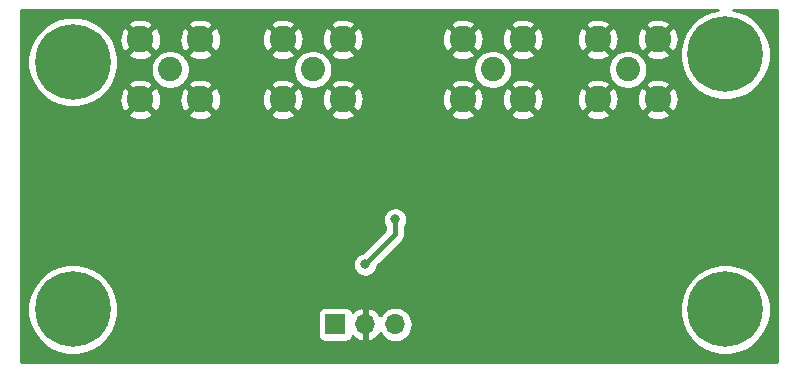
<source format=gbr>
G04 #@! TF.GenerationSoftware,KiCad,Pcbnew,(5.1.2)-2*
G04 #@! TF.CreationDate,2019-07-06T17:28:44+08:00*
G04 #@! TF.ProjectId,ADA4522,41444134-3532-4322-9e6b-696361645f70,rev?*
G04 #@! TF.SameCoordinates,Original*
G04 #@! TF.FileFunction,Copper,L2,Bot*
G04 #@! TF.FilePolarity,Positive*
%FSLAX46Y46*%
G04 Gerber Fmt 4.6, Leading zero omitted, Abs format (unit mm)*
G04 Created by KiCad (PCBNEW (5.1.2)-2) date 2019-07-06 17:28:44*
%MOMM*%
%LPD*%
G04 APERTURE LIST*
%ADD10C,6.400000*%
%ADD11C,2.250000*%
%ADD12C,2.050000*%
%ADD13R,1.700000X1.700000*%
%ADD14O,1.700000X1.700000*%
%ADD15C,0.400000*%
%ADD16C,0.800000*%
%ADD17C,0.400000*%
%ADD18C,0.254000*%
G04 APERTURE END LIST*
D10*
X175260000Y-92710000D03*
X120015000Y-92710000D03*
X175260000Y-71120000D03*
X120015000Y-71755000D03*
D11*
X164465000Y-74930000D03*
X164465000Y-69850000D03*
X169545000Y-69850000D03*
X169545000Y-74930000D03*
D12*
X167005000Y-72390000D03*
D11*
X125730000Y-74930000D03*
X125730000Y-69850000D03*
X130810000Y-69850000D03*
X130810000Y-74930000D03*
D12*
X128270000Y-72390000D03*
X140335000Y-72390000D03*
D11*
X142875000Y-74930000D03*
X142875000Y-69850000D03*
X137795000Y-69850000D03*
X137795000Y-74930000D03*
D13*
X142240000Y-93980000D03*
D14*
X144780000Y-93980000D03*
X147320000Y-93980000D03*
D12*
X155575000Y-72390000D03*
D11*
X158115000Y-74930000D03*
X158115000Y-69850000D03*
X153035000Y-69850000D03*
X153035000Y-74930000D03*
D15*
X124460000Y-76835000D03*
X124460000Y-78105000D03*
X124460000Y-79375000D03*
X124460000Y-80645000D03*
X125730000Y-81915000D03*
X126365000Y-82550000D03*
X127000000Y-83185000D03*
X120650000Y-76835000D03*
X120650000Y-78105000D03*
X120650000Y-79375000D03*
X120650000Y-80645000D03*
X120650000Y-81915000D03*
X120650000Y-83185000D03*
X128905000Y-85725000D03*
X130810000Y-85725000D03*
X132080000Y-85725000D03*
X133350000Y-85725000D03*
X135255000Y-85725000D03*
X136525000Y-85725000D03*
X137795000Y-85725000D03*
X139700000Y-85725000D03*
X140970000Y-85725000D03*
X142240000Y-85725000D03*
X141605000Y-80645000D03*
X142875000Y-80645000D03*
X144145000Y-80645000D03*
X148590000Y-80645000D03*
X150495000Y-80645000D03*
X151765000Y-80645000D03*
X152400000Y-81915000D03*
X153035000Y-81915000D03*
X154305000Y-81915000D03*
X154940000Y-80010000D03*
X154940000Y-80645000D03*
X154305000Y-78105000D03*
X154305000Y-77470000D03*
X154305000Y-76835000D03*
X140970000Y-80010000D03*
X140335000Y-78740000D03*
X140335000Y-77470000D03*
X140335000Y-76200000D03*
X136525000Y-72390000D03*
X135890000Y-73025000D03*
X134620000Y-74295000D03*
X134620000Y-74930000D03*
X134620000Y-75565000D03*
X134620000Y-76835000D03*
X134620000Y-78105000D03*
X134620000Y-78740000D03*
X134620000Y-80010000D03*
X128905000Y-80645000D03*
X130175000Y-80645000D03*
X130810000Y-80645000D03*
X132715000Y-80645000D03*
X133985000Y-80645000D03*
X135255000Y-81915000D03*
X135890000Y-81915000D03*
X136525000Y-81915000D03*
X137160000Y-81915000D03*
X137795000Y-81280000D03*
X143675001Y-88099999D03*
X142875000Y-88900000D03*
X141605000Y-89535000D03*
X141605000Y-90170000D03*
X140970000Y-91440000D03*
X140335000Y-92710000D03*
X139700000Y-92710000D03*
X139065000Y-92710000D03*
X137795000Y-92710000D03*
X137795000Y-92710000D03*
X136525000Y-92710000D03*
X135255000Y-92710000D03*
X165735000Y-77470000D03*
X165735000Y-79375000D03*
X165735000Y-80010000D03*
X165735000Y-81280000D03*
X165735000Y-82550000D03*
X165735000Y-83820000D03*
X165100000Y-84455000D03*
X164465000Y-85725000D03*
X163195000Y-85725000D03*
X161772500Y-85877500D03*
X162130000Y-84250000D03*
X161290000Y-83185000D03*
X160655000Y-82550000D03*
X160655000Y-81915000D03*
X160655000Y-80645000D03*
X160020000Y-79375000D03*
X159385000Y-78740000D03*
X158115000Y-77470000D03*
X158750000Y-78105000D03*
X168275000Y-76835000D03*
X168275000Y-78105000D03*
X168275000Y-80010000D03*
X168275000Y-81915000D03*
X168275000Y-83820000D03*
X168275000Y-85090000D03*
X167640000Y-86995000D03*
X166370000Y-88265000D03*
X166370000Y-88900000D03*
X166370000Y-90170000D03*
X165735000Y-91440000D03*
X164465000Y-91440000D03*
X162560000Y-91440000D03*
X160655000Y-90170000D03*
X160020000Y-90170000D03*
X151765000Y-90170000D03*
X153035000Y-89535000D03*
X154940000Y-89535000D03*
X154940000Y-89535000D03*
X156210000Y-89535000D03*
X157480000Y-90805000D03*
X157480000Y-92075000D03*
X157480000Y-93345000D03*
X157480000Y-93980000D03*
X149860000Y-94615000D03*
X152400000Y-93345000D03*
X153035000Y-93345000D03*
X151130000Y-93345000D03*
X132715000Y-94615000D03*
X133350000Y-95250000D03*
X134620000Y-95250000D03*
X136525000Y-95250000D03*
X136525000Y-95250000D03*
X138430000Y-95250000D03*
X139700000Y-95250000D03*
X152400000Y-86360000D03*
X153035000Y-86360000D03*
X153670000Y-86360000D03*
X154305000Y-86360000D03*
X134620000Y-90170000D03*
X134620000Y-91440000D03*
X134620000Y-92075000D03*
D16*
X144780000Y-88900000D03*
X147320000Y-85090000D03*
D17*
X144780000Y-88900000D02*
X147320000Y-86360000D01*
X147320000Y-86360000D02*
X147320000Y-85090000D01*
D18*
G36*
X174141372Y-67432377D02*
G01*
X173443446Y-67721467D01*
X172815330Y-68141161D01*
X172281161Y-68675330D01*
X171861467Y-69303446D01*
X171572377Y-70001372D01*
X171425000Y-70742285D01*
X171425000Y-71497715D01*
X171572377Y-72238628D01*
X171861467Y-72936554D01*
X172281161Y-73564670D01*
X172815330Y-74098839D01*
X173443446Y-74518533D01*
X174141372Y-74807623D01*
X174882285Y-74955000D01*
X175637715Y-74955000D01*
X176378628Y-74807623D01*
X177076554Y-74518533D01*
X177704670Y-74098839D01*
X178238839Y-73564670D01*
X178658533Y-72936554D01*
X178947623Y-72238628D01*
X179095000Y-71497715D01*
X179095000Y-70742285D01*
X178947623Y-70001372D01*
X178658533Y-69303446D01*
X178238839Y-68675330D01*
X177704670Y-68141161D01*
X177076554Y-67721467D01*
X176378628Y-67432377D01*
X175889082Y-67335000D01*
X179680000Y-67335000D01*
X179680000Y-67342419D01*
X179680001Y-67342429D01*
X179680000Y-97122581D01*
X179680000Y-97130000D01*
X115595000Y-97130000D01*
X115595000Y-92332285D01*
X116180000Y-92332285D01*
X116180000Y-93087715D01*
X116327377Y-93828628D01*
X116616467Y-94526554D01*
X117036161Y-95154670D01*
X117570330Y-95688839D01*
X118198446Y-96108533D01*
X118896372Y-96397623D01*
X119637285Y-96545000D01*
X120392715Y-96545000D01*
X121133628Y-96397623D01*
X121831554Y-96108533D01*
X122459670Y-95688839D01*
X122993839Y-95154670D01*
X123413533Y-94526554D01*
X123702623Y-93828628D01*
X123841588Y-93130000D01*
X140751928Y-93130000D01*
X140751928Y-94830000D01*
X140764188Y-94954482D01*
X140800498Y-95074180D01*
X140859463Y-95184494D01*
X140938815Y-95281185D01*
X141035506Y-95360537D01*
X141145820Y-95419502D01*
X141265518Y-95455812D01*
X141390000Y-95468072D01*
X143090000Y-95468072D01*
X143214482Y-95455812D01*
X143334180Y-95419502D01*
X143444494Y-95360537D01*
X143541185Y-95281185D01*
X143620537Y-95184494D01*
X143679502Y-95074180D01*
X143703966Y-94993534D01*
X143779731Y-95077588D01*
X144013080Y-95251641D01*
X144275901Y-95376825D01*
X144423110Y-95421476D01*
X144653000Y-95300155D01*
X144653000Y-94107000D01*
X144633000Y-94107000D01*
X144633000Y-93853000D01*
X144653000Y-93853000D01*
X144653000Y-92659845D01*
X144907000Y-92659845D01*
X144907000Y-93853000D01*
X144927000Y-93853000D01*
X144927000Y-94107000D01*
X144907000Y-94107000D01*
X144907000Y-95300155D01*
X145136890Y-95421476D01*
X145284099Y-95376825D01*
X145546920Y-95251641D01*
X145780269Y-95077588D01*
X145975178Y-94861355D01*
X146044799Y-94744477D01*
X146079294Y-94809014D01*
X146264866Y-95035134D01*
X146490986Y-95220706D01*
X146748966Y-95358599D01*
X147028889Y-95443513D01*
X147247050Y-95465000D01*
X147392950Y-95465000D01*
X147611111Y-95443513D01*
X147891034Y-95358599D01*
X148149014Y-95220706D01*
X148375134Y-95035134D01*
X148560706Y-94809014D01*
X148698599Y-94551034D01*
X148783513Y-94271111D01*
X148812185Y-93980000D01*
X148783513Y-93688889D01*
X148698599Y-93408966D01*
X148560706Y-93150986D01*
X148375134Y-92924866D01*
X148149014Y-92739294D01*
X147891034Y-92601401D01*
X147611111Y-92516487D01*
X147392950Y-92495000D01*
X147247050Y-92495000D01*
X147028889Y-92516487D01*
X146748966Y-92601401D01*
X146490986Y-92739294D01*
X146264866Y-92924866D01*
X146079294Y-93150986D01*
X146044799Y-93215523D01*
X145975178Y-93098645D01*
X145780269Y-92882412D01*
X145546920Y-92708359D01*
X145284099Y-92583175D01*
X145136890Y-92538524D01*
X144907000Y-92659845D01*
X144653000Y-92659845D01*
X144423110Y-92538524D01*
X144275901Y-92583175D01*
X144013080Y-92708359D01*
X143779731Y-92882412D01*
X143703966Y-92966466D01*
X143679502Y-92885820D01*
X143620537Y-92775506D01*
X143541185Y-92678815D01*
X143444494Y-92599463D01*
X143334180Y-92540498D01*
X143214482Y-92504188D01*
X143090000Y-92491928D01*
X141390000Y-92491928D01*
X141265518Y-92504188D01*
X141145820Y-92540498D01*
X141035506Y-92599463D01*
X140938815Y-92678815D01*
X140859463Y-92775506D01*
X140800498Y-92885820D01*
X140764188Y-93005518D01*
X140751928Y-93130000D01*
X123841588Y-93130000D01*
X123850000Y-93087715D01*
X123850000Y-92332285D01*
X171425000Y-92332285D01*
X171425000Y-93087715D01*
X171572377Y-93828628D01*
X171861467Y-94526554D01*
X172281161Y-95154670D01*
X172815330Y-95688839D01*
X173443446Y-96108533D01*
X174141372Y-96397623D01*
X174882285Y-96545000D01*
X175637715Y-96545000D01*
X176378628Y-96397623D01*
X177076554Y-96108533D01*
X177704670Y-95688839D01*
X178238839Y-95154670D01*
X178658533Y-94526554D01*
X178947623Y-93828628D01*
X179095000Y-93087715D01*
X179095000Y-92332285D01*
X178947623Y-91591372D01*
X178658533Y-90893446D01*
X178238839Y-90265330D01*
X177704670Y-89731161D01*
X177076554Y-89311467D01*
X176378628Y-89022377D01*
X175637715Y-88875000D01*
X174882285Y-88875000D01*
X174141372Y-89022377D01*
X173443446Y-89311467D01*
X172815330Y-89731161D01*
X172281161Y-90265330D01*
X171861467Y-90893446D01*
X171572377Y-91591372D01*
X171425000Y-92332285D01*
X123850000Y-92332285D01*
X123702623Y-91591372D01*
X123413533Y-90893446D01*
X122993839Y-90265330D01*
X122459670Y-89731161D01*
X121831554Y-89311467D01*
X121133628Y-89022377D01*
X120392715Y-88875000D01*
X119637285Y-88875000D01*
X118896372Y-89022377D01*
X118198446Y-89311467D01*
X117570330Y-89731161D01*
X117036161Y-90265330D01*
X116616467Y-90893446D01*
X116327377Y-91591372D01*
X116180000Y-92332285D01*
X115595000Y-92332285D01*
X115595000Y-88798061D01*
X143745000Y-88798061D01*
X143745000Y-89001939D01*
X143784774Y-89201898D01*
X143862795Y-89390256D01*
X143976063Y-89559774D01*
X144120226Y-89703937D01*
X144289744Y-89817205D01*
X144478102Y-89895226D01*
X144678061Y-89935000D01*
X144881939Y-89935000D01*
X145081898Y-89895226D01*
X145270256Y-89817205D01*
X145439774Y-89703937D01*
X145583937Y-89559774D01*
X145697205Y-89390256D01*
X145775226Y-89201898D01*
X145804093Y-89056775D01*
X147881428Y-86979440D01*
X147913291Y-86953291D01*
X148017636Y-86826146D01*
X148095172Y-86681087D01*
X148142918Y-86523689D01*
X148155000Y-86401019D01*
X148155000Y-86401009D01*
X148159039Y-86360001D01*
X148155000Y-86318993D01*
X148155000Y-85703285D01*
X148237205Y-85580256D01*
X148315226Y-85391898D01*
X148355000Y-85191939D01*
X148355000Y-84988061D01*
X148315226Y-84788102D01*
X148237205Y-84599744D01*
X148123937Y-84430226D01*
X147979774Y-84286063D01*
X147810256Y-84172795D01*
X147621898Y-84094774D01*
X147421939Y-84055000D01*
X147218061Y-84055000D01*
X147018102Y-84094774D01*
X146829744Y-84172795D01*
X146660226Y-84286063D01*
X146516063Y-84430226D01*
X146402795Y-84599744D01*
X146324774Y-84788102D01*
X146285000Y-84988061D01*
X146285000Y-85191939D01*
X146324774Y-85391898D01*
X146402795Y-85580256D01*
X146485001Y-85703286D01*
X146485000Y-86014132D01*
X144623225Y-87875907D01*
X144478102Y-87904774D01*
X144289744Y-87982795D01*
X144120226Y-88096063D01*
X143976063Y-88240226D01*
X143862795Y-88409744D01*
X143784774Y-88598102D01*
X143745000Y-88798061D01*
X115595000Y-88798061D01*
X115595000Y-76154531D01*
X124685074Y-76154531D01*
X124795921Y-76431714D01*
X125106840Y-76585089D01*
X125441705Y-76674860D01*
X125787650Y-76697576D01*
X126131380Y-76652366D01*
X126459685Y-76540966D01*
X126664079Y-76431714D01*
X126774926Y-76154531D01*
X129765074Y-76154531D01*
X129875921Y-76431714D01*
X130186840Y-76585089D01*
X130521705Y-76674860D01*
X130867650Y-76697576D01*
X131211380Y-76652366D01*
X131539685Y-76540966D01*
X131744079Y-76431714D01*
X131854926Y-76154531D01*
X136750074Y-76154531D01*
X136860921Y-76431714D01*
X137171840Y-76585089D01*
X137506705Y-76674860D01*
X137852650Y-76697576D01*
X138196380Y-76652366D01*
X138524685Y-76540966D01*
X138729079Y-76431714D01*
X138839926Y-76154531D01*
X141830074Y-76154531D01*
X141940921Y-76431714D01*
X142251840Y-76585089D01*
X142586705Y-76674860D01*
X142932650Y-76697576D01*
X143276380Y-76652366D01*
X143604685Y-76540966D01*
X143809079Y-76431714D01*
X143919926Y-76154531D01*
X151990074Y-76154531D01*
X152100921Y-76431714D01*
X152411840Y-76585089D01*
X152746705Y-76674860D01*
X153092650Y-76697576D01*
X153436380Y-76652366D01*
X153764685Y-76540966D01*
X153969079Y-76431714D01*
X154079926Y-76154531D01*
X157070074Y-76154531D01*
X157180921Y-76431714D01*
X157491840Y-76585089D01*
X157826705Y-76674860D01*
X158172650Y-76697576D01*
X158516380Y-76652366D01*
X158844685Y-76540966D01*
X159049079Y-76431714D01*
X159159926Y-76154531D01*
X163420074Y-76154531D01*
X163530921Y-76431714D01*
X163841840Y-76585089D01*
X164176705Y-76674860D01*
X164522650Y-76697576D01*
X164866380Y-76652366D01*
X165194685Y-76540966D01*
X165399079Y-76431714D01*
X165509926Y-76154531D01*
X168500074Y-76154531D01*
X168610921Y-76431714D01*
X168921840Y-76585089D01*
X169256705Y-76674860D01*
X169602650Y-76697576D01*
X169946380Y-76652366D01*
X170274685Y-76540966D01*
X170479079Y-76431714D01*
X170589926Y-76154531D01*
X169545000Y-75109605D01*
X168500074Y-76154531D01*
X165509926Y-76154531D01*
X164465000Y-75109605D01*
X163420074Y-76154531D01*
X159159926Y-76154531D01*
X158115000Y-75109605D01*
X157070074Y-76154531D01*
X154079926Y-76154531D01*
X153035000Y-75109605D01*
X151990074Y-76154531D01*
X143919926Y-76154531D01*
X142875000Y-75109605D01*
X141830074Y-76154531D01*
X138839926Y-76154531D01*
X137795000Y-75109605D01*
X136750074Y-76154531D01*
X131854926Y-76154531D01*
X130810000Y-75109605D01*
X129765074Y-76154531D01*
X126774926Y-76154531D01*
X125730000Y-75109605D01*
X124685074Y-76154531D01*
X115595000Y-76154531D01*
X115595000Y-71377285D01*
X116180000Y-71377285D01*
X116180000Y-72132715D01*
X116327377Y-72873628D01*
X116616467Y-73571554D01*
X117036161Y-74199670D01*
X117570330Y-74733839D01*
X118198446Y-75153533D01*
X118896372Y-75442623D01*
X119637285Y-75590000D01*
X120392715Y-75590000D01*
X121133628Y-75442623D01*
X121831554Y-75153533D01*
X122079815Y-74987650D01*
X123962424Y-74987650D01*
X124007634Y-75331380D01*
X124119034Y-75659685D01*
X124228286Y-75864079D01*
X124505469Y-75974926D01*
X125550395Y-74930000D01*
X125909605Y-74930000D01*
X126954531Y-75974926D01*
X127231714Y-75864079D01*
X127385089Y-75553160D01*
X127474860Y-75218295D01*
X127490004Y-74987650D01*
X129042424Y-74987650D01*
X129087634Y-75331380D01*
X129199034Y-75659685D01*
X129308286Y-75864079D01*
X129585469Y-75974926D01*
X130630395Y-74930000D01*
X130989605Y-74930000D01*
X132034531Y-75974926D01*
X132311714Y-75864079D01*
X132465089Y-75553160D01*
X132554860Y-75218295D01*
X132570004Y-74987650D01*
X136027424Y-74987650D01*
X136072634Y-75331380D01*
X136184034Y-75659685D01*
X136293286Y-75864079D01*
X136570469Y-75974926D01*
X137615395Y-74930000D01*
X137974605Y-74930000D01*
X139019531Y-75974926D01*
X139296714Y-75864079D01*
X139450089Y-75553160D01*
X139539860Y-75218295D01*
X139555004Y-74987650D01*
X141107424Y-74987650D01*
X141152634Y-75331380D01*
X141264034Y-75659685D01*
X141373286Y-75864079D01*
X141650469Y-75974926D01*
X142695395Y-74930000D01*
X143054605Y-74930000D01*
X144099531Y-75974926D01*
X144376714Y-75864079D01*
X144530089Y-75553160D01*
X144619860Y-75218295D01*
X144635004Y-74987650D01*
X151267424Y-74987650D01*
X151312634Y-75331380D01*
X151424034Y-75659685D01*
X151533286Y-75864079D01*
X151810469Y-75974926D01*
X152855395Y-74930000D01*
X153214605Y-74930000D01*
X154259531Y-75974926D01*
X154536714Y-75864079D01*
X154690089Y-75553160D01*
X154779860Y-75218295D01*
X154795004Y-74987650D01*
X156347424Y-74987650D01*
X156392634Y-75331380D01*
X156504034Y-75659685D01*
X156613286Y-75864079D01*
X156890469Y-75974926D01*
X157935395Y-74930000D01*
X158294605Y-74930000D01*
X159339531Y-75974926D01*
X159616714Y-75864079D01*
X159770089Y-75553160D01*
X159859860Y-75218295D01*
X159875004Y-74987650D01*
X162697424Y-74987650D01*
X162742634Y-75331380D01*
X162854034Y-75659685D01*
X162963286Y-75864079D01*
X163240469Y-75974926D01*
X164285395Y-74930000D01*
X164644605Y-74930000D01*
X165689531Y-75974926D01*
X165966714Y-75864079D01*
X166120089Y-75553160D01*
X166209860Y-75218295D01*
X166225004Y-74987650D01*
X167777424Y-74987650D01*
X167822634Y-75331380D01*
X167934034Y-75659685D01*
X168043286Y-75864079D01*
X168320469Y-75974926D01*
X169365395Y-74930000D01*
X169724605Y-74930000D01*
X170769531Y-75974926D01*
X171046714Y-75864079D01*
X171200089Y-75553160D01*
X171289860Y-75218295D01*
X171312576Y-74872350D01*
X171267366Y-74528620D01*
X171155966Y-74200315D01*
X171046714Y-73995921D01*
X170769531Y-73885074D01*
X169724605Y-74930000D01*
X169365395Y-74930000D01*
X168320469Y-73885074D01*
X168043286Y-73995921D01*
X167889911Y-74306840D01*
X167800140Y-74641705D01*
X167777424Y-74987650D01*
X166225004Y-74987650D01*
X166232576Y-74872350D01*
X166187366Y-74528620D01*
X166075966Y-74200315D01*
X165966714Y-73995921D01*
X165689531Y-73885074D01*
X164644605Y-74930000D01*
X164285395Y-74930000D01*
X163240469Y-73885074D01*
X162963286Y-73995921D01*
X162809911Y-74306840D01*
X162720140Y-74641705D01*
X162697424Y-74987650D01*
X159875004Y-74987650D01*
X159882576Y-74872350D01*
X159837366Y-74528620D01*
X159725966Y-74200315D01*
X159616714Y-73995921D01*
X159339531Y-73885074D01*
X158294605Y-74930000D01*
X157935395Y-74930000D01*
X156890469Y-73885074D01*
X156613286Y-73995921D01*
X156459911Y-74306840D01*
X156370140Y-74641705D01*
X156347424Y-74987650D01*
X154795004Y-74987650D01*
X154802576Y-74872350D01*
X154757366Y-74528620D01*
X154645966Y-74200315D01*
X154536714Y-73995921D01*
X154259531Y-73885074D01*
X153214605Y-74930000D01*
X152855395Y-74930000D01*
X151810469Y-73885074D01*
X151533286Y-73995921D01*
X151379911Y-74306840D01*
X151290140Y-74641705D01*
X151267424Y-74987650D01*
X144635004Y-74987650D01*
X144642576Y-74872350D01*
X144597366Y-74528620D01*
X144485966Y-74200315D01*
X144376714Y-73995921D01*
X144099531Y-73885074D01*
X143054605Y-74930000D01*
X142695395Y-74930000D01*
X141650469Y-73885074D01*
X141373286Y-73995921D01*
X141219911Y-74306840D01*
X141130140Y-74641705D01*
X141107424Y-74987650D01*
X139555004Y-74987650D01*
X139562576Y-74872350D01*
X139517366Y-74528620D01*
X139405966Y-74200315D01*
X139296714Y-73995921D01*
X139019531Y-73885074D01*
X137974605Y-74930000D01*
X137615395Y-74930000D01*
X136570469Y-73885074D01*
X136293286Y-73995921D01*
X136139911Y-74306840D01*
X136050140Y-74641705D01*
X136027424Y-74987650D01*
X132570004Y-74987650D01*
X132577576Y-74872350D01*
X132532366Y-74528620D01*
X132420966Y-74200315D01*
X132311714Y-73995921D01*
X132034531Y-73885074D01*
X130989605Y-74930000D01*
X130630395Y-74930000D01*
X129585469Y-73885074D01*
X129308286Y-73995921D01*
X129154911Y-74306840D01*
X129065140Y-74641705D01*
X129042424Y-74987650D01*
X127490004Y-74987650D01*
X127497576Y-74872350D01*
X127452366Y-74528620D01*
X127340966Y-74200315D01*
X127231714Y-73995921D01*
X126954531Y-73885074D01*
X125909605Y-74930000D01*
X125550395Y-74930000D01*
X124505469Y-73885074D01*
X124228286Y-73995921D01*
X124074911Y-74306840D01*
X123985140Y-74641705D01*
X123962424Y-74987650D01*
X122079815Y-74987650D01*
X122459670Y-74733839D01*
X122993839Y-74199670D01*
X123324053Y-73705469D01*
X124685074Y-73705469D01*
X125730000Y-74750395D01*
X126774926Y-73705469D01*
X126664079Y-73428286D01*
X126353160Y-73274911D01*
X126018295Y-73185140D01*
X125672350Y-73162424D01*
X125328620Y-73207634D01*
X125000315Y-73319034D01*
X124795921Y-73428286D01*
X124685074Y-73705469D01*
X123324053Y-73705469D01*
X123413533Y-73571554D01*
X123702623Y-72873628D01*
X123831344Y-72226504D01*
X126610000Y-72226504D01*
X126610000Y-72553496D01*
X126673793Y-72874204D01*
X126798927Y-73176305D01*
X126980594Y-73448188D01*
X127211812Y-73679406D01*
X127483695Y-73861073D01*
X127785796Y-73986207D01*
X128106504Y-74050000D01*
X128433496Y-74050000D01*
X128754204Y-73986207D01*
X129056305Y-73861073D01*
X129289182Y-73705469D01*
X129765074Y-73705469D01*
X130810000Y-74750395D01*
X131854926Y-73705469D01*
X136750074Y-73705469D01*
X137795000Y-74750395D01*
X138839926Y-73705469D01*
X138729079Y-73428286D01*
X138418160Y-73274911D01*
X138083295Y-73185140D01*
X137737350Y-73162424D01*
X137393620Y-73207634D01*
X137065315Y-73319034D01*
X136860921Y-73428286D01*
X136750074Y-73705469D01*
X131854926Y-73705469D01*
X131744079Y-73428286D01*
X131433160Y-73274911D01*
X131098295Y-73185140D01*
X130752350Y-73162424D01*
X130408620Y-73207634D01*
X130080315Y-73319034D01*
X129875921Y-73428286D01*
X129765074Y-73705469D01*
X129289182Y-73705469D01*
X129328188Y-73679406D01*
X129559406Y-73448188D01*
X129741073Y-73176305D01*
X129866207Y-72874204D01*
X129930000Y-72553496D01*
X129930000Y-72226504D01*
X138675000Y-72226504D01*
X138675000Y-72553496D01*
X138738793Y-72874204D01*
X138863927Y-73176305D01*
X139045594Y-73448188D01*
X139276812Y-73679406D01*
X139548695Y-73861073D01*
X139850796Y-73986207D01*
X140171504Y-74050000D01*
X140498496Y-74050000D01*
X140819204Y-73986207D01*
X141121305Y-73861073D01*
X141354182Y-73705469D01*
X141830074Y-73705469D01*
X142875000Y-74750395D01*
X143919926Y-73705469D01*
X151990074Y-73705469D01*
X153035000Y-74750395D01*
X154079926Y-73705469D01*
X153969079Y-73428286D01*
X153658160Y-73274911D01*
X153323295Y-73185140D01*
X152977350Y-73162424D01*
X152633620Y-73207634D01*
X152305315Y-73319034D01*
X152100921Y-73428286D01*
X151990074Y-73705469D01*
X143919926Y-73705469D01*
X143809079Y-73428286D01*
X143498160Y-73274911D01*
X143163295Y-73185140D01*
X142817350Y-73162424D01*
X142473620Y-73207634D01*
X142145315Y-73319034D01*
X141940921Y-73428286D01*
X141830074Y-73705469D01*
X141354182Y-73705469D01*
X141393188Y-73679406D01*
X141624406Y-73448188D01*
X141806073Y-73176305D01*
X141931207Y-72874204D01*
X141995000Y-72553496D01*
X141995000Y-72226504D01*
X153915000Y-72226504D01*
X153915000Y-72553496D01*
X153978793Y-72874204D01*
X154103927Y-73176305D01*
X154285594Y-73448188D01*
X154516812Y-73679406D01*
X154788695Y-73861073D01*
X155090796Y-73986207D01*
X155411504Y-74050000D01*
X155738496Y-74050000D01*
X156059204Y-73986207D01*
X156361305Y-73861073D01*
X156594182Y-73705469D01*
X157070074Y-73705469D01*
X158115000Y-74750395D01*
X159159926Y-73705469D01*
X163420074Y-73705469D01*
X164465000Y-74750395D01*
X165509926Y-73705469D01*
X165399079Y-73428286D01*
X165088160Y-73274911D01*
X164753295Y-73185140D01*
X164407350Y-73162424D01*
X164063620Y-73207634D01*
X163735315Y-73319034D01*
X163530921Y-73428286D01*
X163420074Y-73705469D01*
X159159926Y-73705469D01*
X159049079Y-73428286D01*
X158738160Y-73274911D01*
X158403295Y-73185140D01*
X158057350Y-73162424D01*
X157713620Y-73207634D01*
X157385315Y-73319034D01*
X157180921Y-73428286D01*
X157070074Y-73705469D01*
X156594182Y-73705469D01*
X156633188Y-73679406D01*
X156864406Y-73448188D01*
X157046073Y-73176305D01*
X157171207Y-72874204D01*
X157235000Y-72553496D01*
X157235000Y-72226504D01*
X165345000Y-72226504D01*
X165345000Y-72553496D01*
X165408793Y-72874204D01*
X165533927Y-73176305D01*
X165715594Y-73448188D01*
X165946812Y-73679406D01*
X166218695Y-73861073D01*
X166520796Y-73986207D01*
X166841504Y-74050000D01*
X167168496Y-74050000D01*
X167489204Y-73986207D01*
X167791305Y-73861073D01*
X168024182Y-73705469D01*
X168500074Y-73705469D01*
X169545000Y-74750395D01*
X170589926Y-73705469D01*
X170479079Y-73428286D01*
X170168160Y-73274911D01*
X169833295Y-73185140D01*
X169487350Y-73162424D01*
X169143620Y-73207634D01*
X168815315Y-73319034D01*
X168610921Y-73428286D01*
X168500074Y-73705469D01*
X168024182Y-73705469D01*
X168063188Y-73679406D01*
X168294406Y-73448188D01*
X168476073Y-73176305D01*
X168601207Y-72874204D01*
X168665000Y-72553496D01*
X168665000Y-72226504D01*
X168601207Y-71905796D01*
X168476073Y-71603695D01*
X168294406Y-71331812D01*
X168063188Y-71100594D01*
X168024183Y-71074531D01*
X168500074Y-71074531D01*
X168610921Y-71351714D01*
X168921840Y-71505089D01*
X169256705Y-71594860D01*
X169602650Y-71617576D01*
X169946380Y-71572366D01*
X170274685Y-71460966D01*
X170479079Y-71351714D01*
X170589926Y-71074531D01*
X169545000Y-70029605D01*
X168500074Y-71074531D01*
X168024183Y-71074531D01*
X167791305Y-70918927D01*
X167489204Y-70793793D01*
X167168496Y-70730000D01*
X166841504Y-70730000D01*
X166520796Y-70793793D01*
X166218695Y-70918927D01*
X165946812Y-71100594D01*
X165715594Y-71331812D01*
X165533927Y-71603695D01*
X165408793Y-71905796D01*
X165345000Y-72226504D01*
X157235000Y-72226504D01*
X157171207Y-71905796D01*
X157046073Y-71603695D01*
X156864406Y-71331812D01*
X156633188Y-71100594D01*
X156594183Y-71074531D01*
X157070074Y-71074531D01*
X157180921Y-71351714D01*
X157491840Y-71505089D01*
X157826705Y-71594860D01*
X158172650Y-71617576D01*
X158516380Y-71572366D01*
X158844685Y-71460966D01*
X159049079Y-71351714D01*
X159159926Y-71074531D01*
X163420074Y-71074531D01*
X163530921Y-71351714D01*
X163841840Y-71505089D01*
X164176705Y-71594860D01*
X164522650Y-71617576D01*
X164866380Y-71572366D01*
X165194685Y-71460966D01*
X165399079Y-71351714D01*
X165509926Y-71074531D01*
X164465000Y-70029605D01*
X163420074Y-71074531D01*
X159159926Y-71074531D01*
X158115000Y-70029605D01*
X157070074Y-71074531D01*
X156594183Y-71074531D01*
X156361305Y-70918927D01*
X156059204Y-70793793D01*
X155738496Y-70730000D01*
X155411504Y-70730000D01*
X155090796Y-70793793D01*
X154788695Y-70918927D01*
X154516812Y-71100594D01*
X154285594Y-71331812D01*
X154103927Y-71603695D01*
X153978793Y-71905796D01*
X153915000Y-72226504D01*
X141995000Y-72226504D01*
X141931207Y-71905796D01*
X141806073Y-71603695D01*
X141624406Y-71331812D01*
X141393188Y-71100594D01*
X141354183Y-71074531D01*
X141830074Y-71074531D01*
X141940921Y-71351714D01*
X142251840Y-71505089D01*
X142586705Y-71594860D01*
X142932650Y-71617576D01*
X143276380Y-71572366D01*
X143604685Y-71460966D01*
X143809079Y-71351714D01*
X143919926Y-71074531D01*
X151990074Y-71074531D01*
X152100921Y-71351714D01*
X152411840Y-71505089D01*
X152746705Y-71594860D01*
X153092650Y-71617576D01*
X153436380Y-71572366D01*
X153764685Y-71460966D01*
X153969079Y-71351714D01*
X154079926Y-71074531D01*
X153035000Y-70029605D01*
X151990074Y-71074531D01*
X143919926Y-71074531D01*
X142875000Y-70029605D01*
X141830074Y-71074531D01*
X141354183Y-71074531D01*
X141121305Y-70918927D01*
X140819204Y-70793793D01*
X140498496Y-70730000D01*
X140171504Y-70730000D01*
X139850796Y-70793793D01*
X139548695Y-70918927D01*
X139276812Y-71100594D01*
X139045594Y-71331812D01*
X138863927Y-71603695D01*
X138738793Y-71905796D01*
X138675000Y-72226504D01*
X129930000Y-72226504D01*
X129866207Y-71905796D01*
X129741073Y-71603695D01*
X129559406Y-71331812D01*
X129328188Y-71100594D01*
X129289183Y-71074531D01*
X129765074Y-71074531D01*
X129875921Y-71351714D01*
X130186840Y-71505089D01*
X130521705Y-71594860D01*
X130867650Y-71617576D01*
X131211380Y-71572366D01*
X131539685Y-71460966D01*
X131744079Y-71351714D01*
X131854926Y-71074531D01*
X136750074Y-71074531D01*
X136860921Y-71351714D01*
X137171840Y-71505089D01*
X137506705Y-71594860D01*
X137852650Y-71617576D01*
X138196380Y-71572366D01*
X138524685Y-71460966D01*
X138729079Y-71351714D01*
X138839926Y-71074531D01*
X137795000Y-70029605D01*
X136750074Y-71074531D01*
X131854926Y-71074531D01*
X130810000Y-70029605D01*
X129765074Y-71074531D01*
X129289183Y-71074531D01*
X129056305Y-70918927D01*
X128754204Y-70793793D01*
X128433496Y-70730000D01*
X128106504Y-70730000D01*
X127785796Y-70793793D01*
X127483695Y-70918927D01*
X127211812Y-71100594D01*
X126980594Y-71331812D01*
X126798927Y-71603695D01*
X126673793Y-71905796D01*
X126610000Y-72226504D01*
X123831344Y-72226504D01*
X123850000Y-72132715D01*
X123850000Y-71377285D01*
X123789779Y-71074531D01*
X124685074Y-71074531D01*
X124795921Y-71351714D01*
X125106840Y-71505089D01*
X125441705Y-71594860D01*
X125787650Y-71617576D01*
X126131380Y-71572366D01*
X126459685Y-71460966D01*
X126664079Y-71351714D01*
X126774926Y-71074531D01*
X125730000Y-70029605D01*
X124685074Y-71074531D01*
X123789779Y-71074531D01*
X123702623Y-70636372D01*
X123413533Y-69938446D01*
X123392956Y-69907650D01*
X123962424Y-69907650D01*
X124007634Y-70251380D01*
X124119034Y-70579685D01*
X124228286Y-70784079D01*
X124505469Y-70894926D01*
X125550395Y-69850000D01*
X125909605Y-69850000D01*
X126954531Y-70894926D01*
X127231714Y-70784079D01*
X127385089Y-70473160D01*
X127474860Y-70138295D01*
X127490004Y-69907650D01*
X129042424Y-69907650D01*
X129087634Y-70251380D01*
X129199034Y-70579685D01*
X129308286Y-70784079D01*
X129585469Y-70894926D01*
X130630395Y-69850000D01*
X130989605Y-69850000D01*
X132034531Y-70894926D01*
X132311714Y-70784079D01*
X132465089Y-70473160D01*
X132554860Y-70138295D01*
X132570004Y-69907650D01*
X136027424Y-69907650D01*
X136072634Y-70251380D01*
X136184034Y-70579685D01*
X136293286Y-70784079D01*
X136570469Y-70894926D01*
X137615395Y-69850000D01*
X137974605Y-69850000D01*
X139019531Y-70894926D01*
X139296714Y-70784079D01*
X139450089Y-70473160D01*
X139539860Y-70138295D01*
X139555004Y-69907650D01*
X141107424Y-69907650D01*
X141152634Y-70251380D01*
X141264034Y-70579685D01*
X141373286Y-70784079D01*
X141650469Y-70894926D01*
X142695395Y-69850000D01*
X143054605Y-69850000D01*
X144099531Y-70894926D01*
X144376714Y-70784079D01*
X144530089Y-70473160D01*
X144619860Y-70138295D01*
X144635004Y-69907650D01*
X151267424Y-69907650D01*
X151312634Y-70251380D01*
X151424034Y-70579685D01*
X151533286Y-70784079D01*
X151810469Y-70894926D01*
X152855395Y-69850000D01*
X153214605Y-69850000D01*
X154259531Y-70894926D01*
X154536714Y-70784079D01*
X154690089Y-70473160D01*
X154779860Y-70138295D01*
X154795004Y-69907650D01*
X156347424Y-69907650D01*
X156392634Y-70251380D01*
X156504034Y-70579685D01*
X156613286Y-70784079D01*
X156890469Y-70894926D01*
X157935395Y-69850000D01*
X158294605Y-69850000D01*
X159339531Y-70894926D01*
X159616714Y-70784079D01*
X159770089Y-70473160D01*
X159859860Y-70138295D01*
X159875004Y-69907650D01*
X162697424Y-69907650D01*
X162742634Y-70251380D01*
X162854034Y-70579685D01*
X162963286Y-70784079D01*
X163240469Y-70894926D01*
X164285395Y-69850000D01*
X164644605Y-69850000D01*
X165689531Y-70894926D01*
X165966714Y-70784079D01*
X166120089Y-70473160D01*
X166209860Y-70138295D01*
X166225004Y-69907650D01*
X167777424Y-69907650D01*
X167822634Y-70251380D01*
X167934034Y-70579685D01*
X168043286Y-70784079D01*
X168320469Y-70894926D01*
X169365395Y-69850000D01*
X169724605Y-69850000D01*
X170769531Y-70894926D01*
X171046714Y-70784079D01*
X171200089Y-70473160D01*
X171289860Y-70138295D01*
X171312576Y-69792350D01*
X171267366Y-69448620D01*
X171155966Y-69120315D01*
X171046714Y-68915921D01*
X170769531Y-68805074D01*
X169724605Y-69850000D01*
X169365395Y-69850000D01*
X168320469Y-68805074D01*
X168043286Y-68915921D01*
X167889911Y-69226840D01*
X167800140Y-69561705D01*
X167777424Y-69907650D01*
X166225004Y-69907650D01*
X166232576Y-69792350D01*
X166187366Y-69448620D01*
X166075966Y-69120315D01*
X165966714Y-68915921D01*
X165689531Y-68805074D01*
X164644605Y-69850000D01*
X164285395Y-69850000D01*
X163240469Y-68805074D01*
X162963286Y-68915921D01*
X162809911Y-69226840D01*
X162720140Y-69561705D01*
X162697424Y-69907650D01*
X159875004Y-69907650D01*
X159882576Y-69792350D01*
X159837366Y-69448620D01*
X159725966Y-69120315D01*
X159616714Y-68915921D01*
X159339531Y-68805074D01*
X158294605Y-69850000D01*
X157935395Y-69850000D01*
X156890469Y-68805074D01*
X156613286Y-68915921D01*
X156459911Y-69226840D01*
X156370140Y-69561705D01*
X156347424Y-69907650D01*
X154795004Y-69907650D01*
X154802576Y-69792350D01*
X154757366Y-69448620D01*
X154645966Y-69120315D01*
X154536714Y-68915921D01*
X154259531Y-68805074D01*
X153214605Y-69850000D01*
X152855395Y-69850000D01*
X151810469Y-68805074D01*
X151533286Y-68915921D01*
X151379911Y-69226840D01*
X151290140Y-69561705D01*
X151267424Y-69907650D01*
X144635004Y-69907650D01*
X144642576Y-69792350D01*
X144597366Y-69448620D01*
X144485966Y-69120315D01*
X144376714Y-68915921D01*
X144099531Y-68805074D01*
X143054605Y-69850000D01*
X142695395Y-69850000D01*
X141650469Y-68805074D01*
X141373286Y-68915921D01*
X141219911Y-69226840D01*
X141130140Y-69561705D01*
X141107424Y-69907650D01*
X139555004Y-69907650D01*
X139562576Y-69792350D01*
X139517366Y-69448620D01*
X139405966Y-69120315D01*
X139296714Y-68915921D01*
X139019531Y-68805074D01*
X137974605Y-69850000D01*
X137615395Y-69850000D01*
X136570469Y-68805074D01*
X136293286Y-68915921D01*
X136139911Y-69226840D01*
X136050140Y-69561705D01*
X136027424Y-69907650D01*
X132570004Y-69907650D01*
X132577576Y-69792350D01*
X132532366Y-69448620D01*
X132420966Y-69120315D01*
X132311714Y-68915921D01*
X132034531Y-68805074D01*
X130989605Y-69850000D01*
X130630395Y-69850000D01*
X129585469Y-68805074D01*
X129308286Y-68915921D01*
X129154911Y-69226840D01*
X129065140Y-69561705D01*
X129042424Y-69907650D01*
X127490004Y-69907650D01*
X127497576Y-69792350D01*
X127452366Y-69448620D01*
X127340966Y-69120315D01*
X127231714Y-68915921D01*
X126954531Y-68805074D01*
X125909605Y-69850000D01*
X125550395Y-69850000D01*
X124505469Y-68805074D01*
X124228286Y-68915921D01*
X124074911Y-69226840D01*
X123985140Y-69561705D01*
X123962424Y-69907650D01*
X123392956Y-69907650D01*
X122993839Y-69310330D01*
X122459670Y-68776161D01*
X122234144Y-68625469D01*
X124685074Y-68625469D01*
X125730000Y-69670395D01*
X126774926Y-68625469D01*
X129765074Y-68625469D01*
X130810000Y-69670395D01*
X131854926Y-68625469D01*
X136750074Y-68625469D01*
X137795000Y-69670395D01*
X138839926Y-68625469D01*
X141830074Y-68625469D01*
X142875000Y-69670395D01*
X143919926Y-68625469D01*
X151990074Y-68625469D01*
X153035000Y-69670395D01*
X154079926Y-68625469D01*
X157070074Y-68625469D01*
X158115000Y-69670395D01*
X159159926Y-68625469D01*
X163420074Y-68625469D01*
X164465000Y-69670395D01*
X165509926Y-68625469D01*
X168500074Y-68625469D01*
X169545000Y-69670395D01*
X170589926Y-68625469D01*
X170479079Y-68348286D01*
X170168160Y-68194911D01*
X169833295Y-68105140D01*
X169487350Y-68082424D01*
X169143620Y-68127634D01*
X168815315Y-68239034D01*
X168610921Y-68348286D01*
X168500074Y-68625469D01*
X165509926Y-68625469D01*
X165399079Y-68348286D01*
X165088160Y-68194911D01*
X164753295Y-68105140D01*
X164407350Y-68082424D01*
X164063620Y-68127634D01*
X163735315Y-68239034D01*
X163530921Y-68348286D01*
X163420074Y-68625469D01*
X159159926Y-68625469D01*
X159049079Y-68348286D01*
X158738160Y-68194911D01*
X158403295Y-68105140D01*
X158057350Y-68082424D01*
X157713620Y-68127634D01*
X157385315Y-68239034D01*
X157180921Y-68348286D01*
X157070074Y-68625469D01*
X154079926Y-68625469D01*
X153969079Y-68348286D01*
X153658160Y-68194911D01*
X153323295Y-68105140D01*
X152977350Y-68082424D01*
X152633620Y-68127634D01*
X152305315Y-68239034D01*
X152100921Y-68348286D01*
X151990074Y-68625469D01*
X143919926Y-68625469D01*
X143809079Y-68348286D01*
X143498160Y-68194911D01*
X143163295Y-68105140D01*
X142817350Y-68082424D01*
X142473620Y-68127634D01*
X142145315Y-68239034D01*
X141940921Y-68348286D01*
X141830074Y-68625469D01*
X138839926Y-68625469D01*
X138729079Y-68348286D01*
X138418160Y-68194911D01*
X138083295Y-68105140D01*
X137737350Y-68082424D01*
X137393620Y-68127634D01*
X137065315Y-68239034D01*
X136860921Y-68348286D01*
X136750074Y-68625469D01*
X131854926Y-68625469D01*
X131744079Y-68348286D01*
X131433160Y-68194911D01*
X131098295Y-68105140D01*
X130752350Y-68082424D01*
X130408620Y-68127634D01*
X130080315Y-68239034D01*
X129875921Y-68348286D01*
X129765074Y-68625469D01*
X126774926Y-68625469D01*
X126664079Y-68348286D01*
X126353160Y-68194911D01*
X126018295Y-68105140D01*
X125672350Y-68082424D01*
X125328620Y-68127634D01*
X125000315Y-68239034D01*
X124795921Y-68348286D01*
X124685074Y-68625469D01*
X122234144Y-68625469D01*
X121831554Y-68356467D01*
X121133628Y-68067377D01*
X120392715Y-67920000D01*
X119637285Y-67920000D01*
X118896372Y-68067377D01*
X118198446Y-68356467D01*
X117570330Y-68776161D01*
X117036161Y-69310330D01*
X116616467Y-69938446D01*
X116327377Y-70636372D01*
X116180000Y-71377285D01*
X115595000Y-71377285D01*
X115595000Y-67335000D01*
X174630918Y-67335000D01*
X174141372Y-67432377D01*
X174141372Y-67432377D01*
G37*
X174141372Y-67432377D02*
X173443446Y-67721467D01*
X172815330Y-68141161D01*
X172281161Y-68675330D01*
X171861467Y-69303446D01*
X171572377Y-70001372D01*
X171425000Y-70742285D01*
X171425000Y-71497715D01*
X171572377Y-72238628D01*
X171861467Y-72936554D01*
X172281161Y-73564670D01*
X172815330Y-74098839D01*
X173443446Y-74518533D01*
X174141372Y-74807623D01*
X174882285Y-74955000D01*
X175637715Y-74955000D01*
X176378628Y-74807623D01*
X177076554Y-74518533D01*
X177704670Y-74098839D01*
X178238839Y-73564670D01*
X178658533Y-72936554D01*
X178947623Y-72238628D01*
X179095000Y-71497715D01*
X179095000Y-70742285D01*
X178947623Y-70001372D01*
X178658533Y-69303446D01*
X178238839Y-68675330D01*
X177704670Y-68141161D01*
X177076554Y-67721467D01*
X176378628Y-67432377D01*
X175889082Y-67335000D01*
X179680000Y-67335000D01*
X179680000Y-67342419D01*
X179680001Y-67342429D01*
X179680000Y-97122581D01*
X179680000Y-97130000D01*
X115595000Y-97130000D01*
X115595000Y-92332285D01*
X116180000Y-92332285D01*
X116180000Y-93087715D01*
X116327377Y-93828628D01*
X116616467Y-94526554D01*
X117036161Y-95154670D01*
X117570330Y-95688839D01*
X118198446Y-96108533D01*
X118896372Y-96397623D01*
X119637285Y-96545000D01*
X120392715Y-96545000D01*
X121133628Y-96397623D01*
X121831554Y-96108533D01*
X122459670Y-95688839D01*
X122993839Y-95154670D01*
X123413533Y-94526554D01*
X123702623Y-93828628D01*
X123841588Y-93130000D01*
X140751928Y-93130000D01*
X140751928Y-94830000D01*
X140764188Y-94954482D01*
X140800498Y-95074180D01*
X140859463Y-95184494D01*
X140938815Y-95281185D01*
X141035506Y-95360537D01*
X141145820Y-95419502D01*
X141265518Y-95455812D01*
X141390000Y-95468072D01*
X143090000Y-95468072D01*
X143214482Y-95455812D01*
X143334180Y-95419502D01*
X143444494Y-95360537D01*
X143541185Y-95281185D01*
X143620537Y-95184494D01*
X143679502Y-95074180D01*
X143703966Y-94993534D01*
X143779731Y-95077588D01*
X144013080Y-95251641D01*
X144275901Y-95376825D01*
X144423110Y-95421476D01*
X144653000Y-95300155D01*
X144653000Y-94107000D01*
X144633000Y-94107000D01*
X144633000Y-93853000D01*
X144653000Y-93853000D01*
X144653000Y-92659845D01*
X144907000Y-92659845D01*
X144907000Y-93853000D01*
X144927000Y-93853000D01*
X144927000Y-94107000D01*
X144907000Y-94107000D01*
X144907000Y-95300155D01*
X145136890Y-95421476D01*
X145284099Y-95376825D01*
X145546920Y-95251641D01*
X145780269Y-95077588D01*
X145975178Y-94861355D01*
X146044799Y-94744477D01*
X146079294Y-94809014D01*
X146264866Y-95035134D01*
X146490986Y-95220706D01*
X146748966Y-95358599D01*
X147028889Y-95443513D01*
X147247050Y-95465000D01*
X147392950Y-95465000D01*
X147611111Y-95443513D01*
X147891034Y-95358599D01*
X148149014Y-95220706D01*
X148375134Y-95035134D01*
X148560706Y-94809014D01*
X148698599Y-94551034D01*
X148783513Y-94271111D01*
X148812185Y-93980000D01*
X148783513Y-93688889D01*
X148698599Y-93408966D01*
X148560706Y-93150986D01*
X148375134Y-92924866D01*
X148149014Y-92739294D01*
X147891034Y-92601401D01*
X147611111Y-92516487D01*
X147392950Y-92495000D01*
X147247050Y-92495000D01*
X147028889Y-92516487D01*
X146748966Y-92601401D01*
X146490986Y-92739294D01*
X146264866Y-92924866D01*
X146079294Y-93150986D01*
X146044799Y-93215523D01*
X145975178Y-93098645D01*
X145780269Y-92882412D01*
X145546920Y-92708359D01*
X145284099Y-92583175D01*
X145136890Y-92538524D01*
X144907000Y-92659845D01*
X144653000Y-92659845D01*
X144423110Y-92538524D01*
X144275901Y-92583175D01*
X144013080Y-92708359D01*
X143779731Y-92882412D01*
X143703966Y-92966466D01*
X143679502Y-92885820D01*
X143620537Y-92775506D01*
X143541185Y-92678815D01*
X143444494Y-92599463D01*
X143334180Y-92540498D01*
X143214482Y-92504188D01*
X143090000Y-92491928D01*
X141390000Y-92491928D01*
X141265518Y-92504188D01*
X141145820Y-92540498D01*
X141035506Y-92599463D01*
X140938815Y-92678815D01*
X140859463Y-92775506D01*
X140800498Y-92885820D01*
X140764188Y-93005518D01*
X140751928Y-93130000D01*
X123841588Y-93130000D01*
X123850000Y-93087715D01*
X123850000Y-92332285D01*
X171425000Y-92332285D01*
X171425000Y-93087715D01*
X171572377Y-93828628D01*
X171861467Y-94526554D01*
X172281161Y-95154670D01*
X172815330Y-95688839D01*
X173443446Y-96108533D01*
X174141372Y-96397623D01*
X174882285Y-96545000D01*
X175637715Y-96545000D01*
X176378628Y-96397623D01*
X177076554Y-96108533D01*
X177704670Y-95688839D01*
X178238839Y-95154670D01*
X178658533Y-94526554D01*
X178947623Y-93828628D01*
X179095000Y-93087715D01*
X179095000Y-92332285D01*
X178947623Y-91591372D01*
X178658533Y-90893446D01*
X178238839Y-90265330D01*
X177704670Y-89731161D01*
X177076554Y-89311467D01*
X176378628Y-89022377D01*
X175637715Y-88875000D01*
X174882285Y-88875000D01*
X174141372Y-89022377D01*
X173443446Y-89311467D01*
X172815330Y-89731161D01*
X172281161Y-90265330D01*
X171861467Y-90893446D01*
X171572377Y-91591372D01*
X171425000Y-92332285D01*
X123850000Y-92332285D01*
X123702623Y-91591372D01*
X123413533Y-90893446D01*
X122993839Y-90265330D01*
X122459670Y-89731161D01*
X121831554Y-89311467D01*
X121133628Y-89022377D01*
X120392715Y-88875000D01*
X119637285Y-88875000D01*
X118896372Y-89022377D01*
X118198446Y-89311467D01*
X117570330Y-89731161D01*
X117036161Y-90265330D01*
X116616467Y-90893446D01*
X116327377Y-91591372D01*
X116180000Y-92332285D01*
X115595000Y-92332285D01*
X115595000Y-88798061D01*
X143745000Y-88798061D01*
X143745000Y-89001939D01*
X143784774Y-89201898D01*
X143862795Y-89390256D01*
X143976063Y-89559774D01*
X144120226Y-89703937D01*
X144289744Y-89817205D01*
X144478102Y-89895226D01*
X144678061Y-89935000D01*
X144881939Y-89935000D01*
X145081898Y-89895226D01*
X145270256Y-89817205D01*
X145439774Y-89703937D01*
X145583937Y-89559774D01*
X145697205Y-89390256D01*
X145775226Y-89201898D01*
X145804093Y-89056775D01*
X147881428Y-86979440D01*
X147913291Y-86953291D01*
X148017636Y-86826146D01*
X148095172Y-86681087D01*
X148142918Y-86523689D01*
X148155000Y-86401019D01*
X148155000Y-86401009D01*
X148159039Y-86360001D01*
X148155000Y-86318993D01*
X148155000Y-85703285D01*
X148237205Y-85580256D01*
X148315226Y-85391898D01*
X148355000Y-85191939D01*
X148355000Y-84988061D01*
X148315226Y-84788102D01*
X148237205Y-84599744D01*
X148123937Y-84430226D01*
X147979774Y-84286063D01*
X147810256Y-84172795D01*
X147621898Y-84094774D01*
X147421939Y-84055000D01*
X147218061Y-84055000D01*
X147018102Y-84094774D01*
X146829744Y-84172795D01*
X146660226Y-84286063D01*
X146516063Y-84430226D01*
X146402795Y-84599744D01*
X146324774Y-84788102D01*
X146285000Y-84988061D01*
X146285000Y-85191939D01*
X146324774Y-85391898D01*
X146402795Y-85580256D01*
X146485001Y-85703286D01*
X146485000Y-86014132D01*
X144623225Y-87875907D01*
X144478102Y-87904774D01*
X144289744Y-87982795D01*
X144120226Y-88096063D01*
X143976063Y-88240226D01*
X143862795Y-88409744D01*
X143784774Y-88598102D01*
X143745000Y-88798061D01*
X115595000Y-88798061D01*
X115595000Y-76154531D01*
X124685074Y-76154531D01*
X124795921Y-76431714D01*
X125106840Y-76585089D01*
X125441705Y-76674860D01*
X125787650Y-76697576D01*
X126131380Y-76652366D01*
X126459685Y-76540966D01*
X126664079Y-76431714D01*
X126774926Y-76154531D01*
X129765074Y-76154531D01*
X129875921Y-76431714D01*
X130186840Y-76585089D01*
X130521705Y-76674860D01*
X130867650Y-76697576D01*
X131211380Y-76652366D01*
X131539685Y-76540966D01*
X131744079Y-76431714D01*
X131854926Y-76154531D01*
X136750074Y-76154531D01*
X136860921Y-76431714D01*
X137171840Y-76585089D01*
X137506705Y-76674860D01*
X137852650Y-76697576D01*
X138196380Y-76652366D01*
X138524685Y-76540966D01*
X138729079Y-76431714D01*
X138839926Y-76154531D01*
X141830074Y-76154531D01*
X141940921Y-76431714D01*
X142251840Y-76585089D01*
X142586705Y-76674860D01*
X142932650Y-76697576D01*
X143276380Y-76652366D01*
X143604685Y-76540966D01*
X143809079Y-76431714D01*
X143919926Y-76154531D01*
X151990074Y-76154531D01*
X152100921Y-76431714D01*
X152411840Y-76585089D01*
X152746705Y-76674860D01*
X153092650Y-76697576D01*
X153436380Y-76652366D01*
X153764685Y-76540966D01*
X153969079Y-76431714D01*
X154079926Y-76154531D01*
X157070074Y-76154531D01*
X157180921Y-76431714D01*
X157491840Y-76585089D01*
X157826705Y-76674860D01*
X158172650Y-76697576D01*
X158516380Y-76652366D01*
X158844685Y-76540966D01*
X159049079Y-76431714D01*
X159159926Y-76154531D01*
X163420074Y-76154531D01*
X163530921Y-76431714D01*
X163841840Y-76585089D01*
X164176705Y-76674860D01*
X164522650Y-76697576D01*
X164866380Y-76652366D01*
X165194685Y-76540966D01*
X165399079Y-76431714D01*
X165509926Y-76154531D01*
X168500074Y-76154531D01*
X168610921Y-76431714D01*
X168921840Y-76585089D01*
X169256705Y-76674860D01*
X169602650Y-76697576D01*
X169946380Y-76652366D01*
X170274685Y-76540966D01*
X170479079Y-76431714D01*
X170589926Y-76154531D01*
X169545000Y-75109605D01*
X168500074Y-76154531D01*
X165509926Y-76154531D01*
X164465000Y-75109605D01*
X163420074Y-76154531D01*
X159159926Y-76154531D01*
X158115000Y-75109605D01*
X157070074Y-76154531D01*
X154079926Y-76154531D01*
X153035000Y-75109605D01*
X151990074Y-76154531D01*
X143919926Y-76154531D01*
X142875000Y-75109605D01*
X141830074Y-76154531D01*
X138839926Y-76154531D01*
X137795000Y-75109605D01*
X136750074Y-76154531D01*
X131854926Y-76154531D01*
X130810000Y-75109605D01*
X129765074Y-76154531D01*
X126774926Y-76154531D01*
X125730000Y-75109605D01*
X124685074Y-76154531D01*
X115595000Y-76154531D01*
X115595000Y-71377285D01*
X116180000Y-71377285D01*
X116180000Y-72132715D01*
X116327377Y-72873628D01*
X116616467Y-73571554D01*
X117036161Y-74199670D01*
X117570330Y-74733839D01*
X118198446Y-75153533D01*
X118896372Y-75442623D01*
X119637285Y-75590000D01*
X120392715Y-75590000D01*
X121133628Y-75442623D01*
X121831554Y-75153533D01*
X122079815Y-74987650D01*
X123962424Y-74987650D01*
X124007634Y-75331380D01*
X124119034Y-75659685D01*
X124228286Y-75864079D01*
X124505469Y-75974926D01*
X125550395Y-74930000D01*
X125909605Y-74930000D01*
X126954531Y-75974926D01*
X127231714Y-75864079D01*
X127385089Y-75553160D01*
X127474860Y-75218295D01*
X127490004Y-74987650D01*
X129042424Y-74987650D01*
X129087634Y-75331380D01*
X129199034Y-75659685D01*
X129308286Y-75864079D01*
X129585469Y-75974926D01*
X130630395Y-74930000D01*
X130989605Y-74930000D01*
X132034531Y-75974926D01*
X132311714Y-75864079D01*
X132465089Y-75553160D01*
X132554860Y-75218295D01*
X132570004Y-74987650D01*
X136027424Y-74987650D01*
X136072634Y-75331380D01*
X136184034Y-75659685D01*
X136293286Y-75864079D01*
X136570469Y-75974926D01*
X137615395Y-74930000D01*
X137974605Y-74930000D01*
X139019531Y-75974926D01*
X139296714Y-75864079D01*
X139450089Y-75553160D01*
X139539860Y-75218295D01*
X139555004Y-74987650D01*
X141107424Y-74987650D01*
X141152634Y-75331380D01*
X141264034Y-75659685D01*
X141373286Y-75864079D01*
X141650469Y-75974926D01*
X142695395Y-74930000D01*
X143054605Y-74930000D01*
X144099531Y-75974926D01*
X144376714Y-75864079D01*
X144530089Y-75553160D01*
X144619860Y-75218295D01*
X144635004Y-74987650D01*
X151267424Y-74987650D01*
X151312634Y-75331380D01*
X151424034Y-75659685D01*
X151533286Y-75864079D01*
X151810469Y-75974926D01*
X152855395Y-74930000D01*
X153214605Y-74930000D01*
X154259531Y-75974926D01*
X154536714Y-75864079D01*
X154690089Y-75553160D01*
X154779860Y-75218295D01*
X154795004Y-74987650D01*
X156347424Y-74987650D01*
X156392634Y-75331380D01*
X156504034Y-75659685D01*
X156613286Y-75864079D01*
X156890469Y-75974926D01*
X157935395Y-74930000D01*
X158294605Y-74930000D01*
X159339531Y-75974926D01*
X159616714Y-75864079D01*
X159770089Y-75553160D01*
X159859860Y-75218295D01*
X159875004Y-74987650D01*
X162697424Y-74987650D01*
X162742634Y-75331380D01*
X162854034Y-75659685D01*
X162963286Y-75864079D01*
X163240469Y-75974926D01*
X164285395Y-74930000D01*
X164644605Y-74930000D01*
X165689531Y-75974926D01*
X165966714Y-75864079D01*
X166120089Y-75553160D01*
X166209860Y-75218295D01*
X166225004Y-74987650D01*
X167777424Y-74987650D01*
X167822634Y-75331380D01*
X167934034Y-75659685D01*
X168043286Y-75864079D01*
X168320469Y-75974926D01*
X169365395Y-74930000D01*
X169724605Y-74930000D01*
X170769531Y-75974926D01*
X171046714Y-75864079D01*
X171200089Y-75553160D01*
X171289860Y-75218295D01*
X171312576Y-74872350D01*
X171267366Y-74528620D01*
X171155966Y-74200315D01*
X171046714Y-73995921D01*
X170769531Y-73885074D01*
X169724605Y-74930000D01*
X169365395Y-74930000D01*
X168320469Y-73885074D01*
X168043286Y-73995921D01*
X167889911Y-74306840D01*
X167800140Y-74641705D01*
X167777424Y-74987650D01*
X166225004Y-74987650D01*
X166232576Y-74872350D01*
X166187366Y-74528620D01*
X166075966Y-74200315D01*
X165966714Y-73995921D01*
X165689531Y-73885074D01*
X164644605Y-74930000D01*
X164285395Y-74930000D01*
X163240469Y-73885074D01*
X162963286Y-73995921D01*
X162809911Y-74306840D01*
X162720140Y-74641705D01*
X162697424Y-74987650D01*
X159875004Y-74987650D01*
X159882576Y-74872350D01*
X159837366Y-74528620D01*
X159725966Y-74200315D01*
X159616714Y-73995921D01*
X159339531Y-73885074D01*
X158294605Y-74930000D01*
X157935395Y-74930000D01*
X156890469Y-73885074D01*
X156613286Y-73995921D01*
X156459911Y-74306840D01*
X156370140Y-74641705D01*
X156347424Y-74987650D01*
X154795004Y-74987650D01*
X154802576Y-74872350D01*
X154757366Y-74528620D01*
X154645966Y-74200315D01*
X154536714Y-73995921D01*
X154259531Y-73885074D01*
X153214605Y-74930000D01*
X152855395Y-74930000D01*
X151810469Y-73885074D01*
X151533286Y-73995921D01*
X151379911Y-74306840D01*
X151290140Y-74641705D01*
X151267424Y-74987650D01*
X144635004Y-74987650D01*
X144642576Y-74872350D01*
X144597366Y-74528620D01*
X144485966Y-74200315D01*
X144376714Y-73995921D01*
X144099531Y-73885074D01*
X143054605Y-74930000D01*
X142695395Y-74930000D01*
X141650469Y-73885074D01*
X141373286Y-73995921D01*
X141219911Y-74306840D01*
X141130140Y-74641705D01*
X141107424Y-74987650D01*
X139555004Y-74987650D01*
X139562576Y-74872350D01*
X139517366Y-74528620D01*
X139405966Y-74200315D01*
X139296714Y-73995921D01*
X139019531Y-73885074D01*
X137974605Y-74930000D01*
X137615395Y-74930000D01*
X136570469Y-73885074D01*
X136293286Y-73995921D01*
X136139911Y-74306840D01*
X136050140Y-74641705D01*
X136027424Y-74987650D01*
X132570004Y-74987650D01*
X132577576Y-74872350D01*
X132532366Y-74528620D01*
X132420966Y-74200315D01*
X132311714Y-73995921D01*
X132034531Y-73885074D01*
X130989605Y-74930000D01*
X130630395Y-74930000D01*
X129585469Y-73885074D01*
X129308286Y-73995921D01*
X129154911Y-74306840D01*
X129065140Y-74641705D01*
X129042424Y-74987650D01*
X127490004Y-74987650D01*
X127497576Y-74872350D01*
X127452366Y-74528620D01*
X127340966Y-74200315D01*
X127231714Y-73995921D01*
X126954531Y-73885074D01*
X125909605Y-74930000D01*
X125550395Y-74930000D01*
X124505469Y-73885074D01*
X124228286Y-73995921D01*
X124074911Y-74306840D01*
X123985140Y-74641705D01*
X123962424Y-74987650D01*
X122079815Y-74987650D01*
X122459670Y-74733839D01*
X122993839Y-74199670D01*
X123324053Y-73705469D01*
X124685074Y-73705469D01*
X125730000Y-74750395D01*
X126774926Y-73705469D01*
X126664079Y-73428286D01*
X126353160Y-73274911D01*
X126018295Y-73185140D01*
X125672350Y-73162424D01*
X125328620Y-73207634D01*
X125000315Y-73319034D01*
X124795921Y-73428286D01*
X124685074Y-73705469D01*
X123324053Y-73705469D01*
X123413533Y-73571554D01*
X123702623Y-72873628D01*
X123831344Y-72226504D01*
X126610000Y-72226504D01*
X126610000Y-72553496D01*
X126673793Y-72874204D01*
X126798927Y-73176305D01*
X126980594Y-73448188D01*
X127211812Y-73679406D01*
X127483695Y-73861073D01*
X127785796Y-73986207D01*
X128106504Y-74050000D01*
X128433496Y-74050000D01*
X128754204Y-73986207D01*
X129056305Y-73861073D01*
X129289182Y-73705469D01*
X129765074Y-73705469D01*
X130810000Y-74750395D01*
X131854926Y-73705469D01*
X136750074Y-73705469D01*
X137795000Y-74750395D01*
X138839926Y-73705469D01*
X138729079Y-73428286D01*
X138418160Y-73274911D01*
X138083295Y-73185140D01*
X137737350Y-73162424D01*
X137393620Y-73207634D01*
X137065315Y-73319034D01*
X136860921Y-73428286D01*
X136750074Y-73705469D01*
X131854926Y-73705469D01*
X131744079Y-73428286D01*
X131433160Y-73274911D01*
X131098295Y-73185140D01*
X130752350Y-73162424D01*
X130408620Y-73207634D01*
X130080315Y-73319034D01*
X129875921Y-73428286D01*
X129765074Y-73705469D01*
X129289182Y-73705469D01*
X129328188Y-73679406D01*
X129559406Y-73448188D01*
X129741073Y-73176305D01*
X129866207Y-72874204D01*
X129930000Y-72553496D01*
X129930000Y-72226504D01*
X138675000Y-72226504D01*
X138675000Y-72553496D01*
X138738793Y-72874204D01*
X138863927Y-73176305D01*
X139045594Y-73448188D01*
X139276812Y-73679406D01*
X139548695Y-73861073D01*
X139850796Y-73986207D01*
X140171504Y-74050000D01*
X140498496Y-74050000D01*
X140819204Y-73986207D01*
X141121305Y-73861073D01*
X141354182Y-73705469D01*
X141830074Y-73705469D01*
X142875000Y-74750395D01*
X143919926Y-73705469D01*
X151990074Y-73705469D01*
X153035000Y-74750395D01*
X154079926Y-73705469D01*
X153969079Y-73428286D01*
X153658160Y-73274911D01*
X153323295Y-73185140D01*
X152977350Y-73162424D01*
X152633620Y-73207634D01*
X152305315Y-73319034D01*
X152100921Y-73428286D01*
X151990074Y-73705469D01*
X143919926Y-73705469D01*
X143809079Y-73428286D01*
X143498160Y-73274911D01*
X143163295Y-73185140D01*
X142817350Y-73162424D01*
X142473620Y-73207634D01*
X142145315Y-73319034D01*
X141940921Y-73428286D01*
X141830074Y-73705469D01*
X141354182Y-73705469D01*
X141393188Y-73679406D01*
X141624406Y-73448188D01*
X141806073Y-73176305D01*
X141931207Y-72874204D01*
X141995000Y-72553496D01*
X141995000Y-72226504D01*
X153915000Y-72226504D01*
X153915000Y-72553496D01*
X153978793Y-72874204D01*
X154103927Y-73176305D01*
X154285594Y-73448188D01*
X154516812Y-73679406D01*
X154788695Y-73861073D01*
X155090796Y-73986207D01*
X155411504Y-74050000D01*
X155738496Y-74050000D01*
X156059204Y-73986207D01*
X156361305Y-73861073D01*
X156594182Y-73705469D01*
X157070074Y-73705469D01*
X158115000Y-74750395D01*
X159159926Y-73705469D01*
X163420074Y-73705469D01*
X164465000Y-74750395D01*
X165509926Y-73705469D01*
X165399079Y-73428286D01*
X165088160Y-73274911D01*
X164753295Y-73185140D01*
X164407350Y-73162424D01*
X164063620Y-73207634D01*
X163735315Y-73319034D01*
X163530921Y-73428286D01*
X163420074Y-73705469D01*
X159159926Y-73705469D01*
X159049079Y-73428286D01*
X158738160Y-73274911D01*
X158403295Y-73185140D01*
X158057350Y-73162424D01*
X157713620Y-73207634D01*
X157385315Y-73319034D01*
X157180921Y-73428286D01*
X157070074Y-73705469D01*
X156594182Y-73705469D01*
X156633188Y-73679406D01*
X156864406Y-73448188D01*
X157046073Y-73176305D01*
X157171207Y-72874204D01*
X157235000Y-72553496D01*
X157235000Y-72226504D01*
X165345000Y-72226504D01*
X165345000Y-72553496D01*
X165408793Y-72874204D01*
X165533927Y-73176305D01*
X165715594Y-73448188D01*
X165946812Y-73679406D01*
X166218695Y-73861073D01*
X166520796Y-73986207D01*
X166841504Y-74050000D01*
X167168496Y-74050000D01*
X167489204Y-73986207D01*
X167791305Y-73861073D01*
X168024182Y-73705469D01*
X168500074Y-73705469D01*
X169545000Y-74750395D01*
X170589926Y-73705469D01*
X170479079Y-73428286D01*
X170168160Y-73274911D01*
X169833295Y-73185140D01*
X169487350Y-73162424D01*
X169143620Y-73207634D01*
X168815315Y-73319034D01*
X168610921Y-73428286D01*
X168500074Y-73705469D01*
X168024182Y-73705469D01*
X168063188Y-73679406D01*
X168294406Y-73448188D01*
X168476073Y-73176305D01*
X168601207Y-72874204D01*
X168665000Y-72553496D01*
X168665000Y-72226504D01*
X168601207Y-71905796D01*
X168476073Y-71603695D01*
X168294406Y-71331812D01*
X168063188Y-71100594D01*
X168024183Y-71074531D01*
X168500074Y-71074531D01*
X168610921Y-71351714D01*
X168921840Y-71505089D01*
X169256705Y-71594860D01*
X169602650Y-71617576D01*
X169946380Y-71572366D01*
X170274685Y-71460966D01*
X170479079Y-71351714D01*
X170589926Y-71074531D01*
X169545000Y-70029605D01*
X168500074Y-71074531D01*
X168024183Y-71074531D01*
X167791305Y-70918927D01*
X167489204Y-70793793D01*
X167168496Y-70730000D01*
X166841504Y-70730000D01*
X166520796Y-70793793D01*
X166218695Y-70918927D01*
X165946812Y-71100594D01*
X165715594Y-71331812D01*
X165533927Y-71603695D01*
X165408793Y-71905796D01*
X165345000Y-72226504D01*
X157235000Y-72226504D01*
X157171207Y-71905796D01*
X157046073Y-71603695D01*
X156864406Y-71331812D01*
X156633188Y-71100594D01*
X156594183Y-71074531D01*
X157070074Y-71074531D01*
X157180921Y-71351714D01*
X157491840Y-71505089D01*
X157826705Y-71594860D01*
X158172650Y-71617576D01*
X158516380Y-71572366D01*
X158844685Y-71460966D01*
X159049079Y-71351714D01*
X159159926Y-71074531D01*
X163420074Y-71074531D01*
X163530921Y-71351714D01*
X163841840Y-71505089D01*
X164176705Y-71594860D01*
X164522650Y-71617576D01*
X164866380Y-71572366D01*
X165194685Y-71460966D01*
X165399079Y-71351714D01*
X165509926Y-71074531D01*
X164465000Y-70029605D01*
X163420074Y-71074531D01*
X159159926Y-71074531D01*
X158115000Y-70029605D01*
X157070074Y-71074531D01*
X156594183Y-71074531D01*
X156361305Y-70918927D01*
X156059204Y-70793793D01*
X155738496Y-70730000D01*
X155411504Y-70730000D01*
X155090796Y-70793793D01*
X154788695Y-70918927D01*
X154516812Y-71100594D01*
X154285594Y-71331812D01*
X154103927Y-71603695D01*
X153978793Y-71905796D01*
X153915000Y-72226504D01*
X141995000Y-72226504D01*
X141931207Y-71905796D01*
X141806073Y-71603695D01*
X141624406Y-71331812D01*
X141393188Y-71100594D01*
X141354183Y-71074531D01*
X141830074Y-71074531D01*
X141940921Y-71351714D01*
X142251840Y-71505089D01*
X142586705Y-71594860D01*
X142932650Y-71617576D01*
X143276380Y-71572366D01*
X143604685Y-71460966D01*
X143809079Y-71351714D01*
X143919926Y-71074531D01*
X151990074Y-71074531D01*
X152100921Y-71351714D01*
X152411840Y-71505089D01*
X152746705Y-71594860D01*
X153092650Y-71617576D01*
X153436380Y-71572366D01*
X153764685Y-71460966D01*
X153969079Y-71351714D01*
X154079926Y-71074531D01*
X153035000Y-70029605D01*
X151990074Y-71074531D01*
X143919926Y-71074531D01*
X142875000Y-70029605D01*
X141830074Y-71074531D01*
X141354183Y-71074531D01*
X141121305Y-70918927D01*
X140819204Y-70793793D01*
X140498496Y-70730000D01*
X140171504Y-70730000D01*
X139850796Y-70793793D01*
X139548695Y-70918927D01*
X139276812Y-71100594D01*
X139045594Y-71331812D01*
X138863927Y-71603695D01*
X138738793Y-71905796D01*
X138675000Y-72226504D01*
X129930000Y-72226504D01*
X129866207Y-71905796D01*
X129741073Y-71603695D01*
X129559406Y-71331812D01*
X129328188Y-71100594D01*
X129289183Y-71074531D01*
X129765074Y-71074531D01*
X129875921Y-71351714D01*
X130186840Y-71505089D01*
X130521705Y-71594860D01*
X130867650Y-71617576D01*
X131211380Y-71572366D01*
X131539685Y-71460966D01*
X131744079Y-71351714D01*
X131854926Y-71074531D01*
X136750074Y-71074531D01*
X136860921Y-71351714D01*
X137171840Y-71505089D01*
X137506705Y-71594860D01*
X137852650Y-71617576D01*
X138196380Y-71572366D01*
X138524685Y-71460966D01*
X138729079Y-71351714D01*
X138839926Y-71074531D01*
X137795000Y-70029605D01*
X136750074Y-71074531D01*
X131854926Y-71074531D01*
X130810000Y-70029605D01*
X129765074Y-71074531D01*
X129289183Y-71074531D01*
X129056305Y-70918927D01*
X128754204Y-70793793D01*
X128433496Y-70730000D01*
X128106504Y-70730000D01*
X127785796Y-70793793D01*
X127483695Y-70918927D01*
X127211812Y-71100594D01*
X126980594Y-71331812D01*
X126798927Y-71603695D01*
X126673793Y-71905796D01*
X126610000Y-72226504D01*
X123831344Y-72226504D01*
X123850000Y-72132715D01*
X123850000Y-71377285D01*
X123789779Y-71074531D01*
X124685074Y-71074531D01*
X124795921Y-71351714D01*
X125106840Y-71505089D01*
X125441705Y-71594860D01*
X125787650Y-71617576D01*
X126131380Y-71572366D01*
X126459685Y-71460966D01*
X126664079Y-71351714D01*
X126774926Y-71074531D01*
X125730000Y-70029605D01*
X124685074Y-71074531D01*
X123789779Y-71074531D01*
X123702623Y-70636372D01*
X123413533Y-69938446D01*
X123392956Y-69907650D01*
X123962424Y-69907650D01*
X124007634Y-70251380D01*
X124119034Y-70579685D01*
X124228286Y-70784079D01*
X124505469Y-70894926D01*
X125550395Y-69850000D01*
X125909605Y-69850000D01*
X126954531Y-70894926D01*
X127231714Y-70784079D01*
X127385089Y-70473160D01*
X127474860Y-70138295D01*
X127490004Y-69907650D01*
X129042424Y-69907650D01*
X129087634Y-70251380D01*
X129199034Y-70579685D01*
X129308286Y-70784079D01*
X129585469Y-70894926D01*
X130630395Y-69850000D01*
X130989605Y-69850000D01*
X132034531Y-70894926D01*
X132311714Y-70784079D01*
X132465089Y-70473160D01*
X132554860Y-70138295D01*
X132570004Y-69907650D01*
X136027424Y-69907650D01*
X136072634Y-70251380D01*
X136184034Y-70579685D01*
X136293286Y-70784079D01*
X136570469Y-70894926D01*
X137615395Y-69850000D01*
X137974605Y-69850000D01*
X139019531Y-70894926D01*
X139296714Y-70784079D01*
X139450089Y-70473160D01*
X139539860Y-70138295D01*
X139555004Y-69907650D01*
X141107424Y-69907650D01*
X141152634Y-70251380D01*
X141264034Y-70579685D01*
X141373286Y-70784079D01*
X141650469Y-70894926D01*
X142695395Y-69850000D01*
X143054605Y-69850000D01*
X144099531Y-70894926D01*
X144376714Y-70784079D01*
X144530089Y-70473160D01*
X144619860Y-70138295D01*
X144635004Y-69907650D01*
X151267424Y-69907650D01*
X151312634Y-70251380D01*
X151424034Y-70579685D01*
X151533286Y-70784079D01*
X151810469Y-70894926D01*
X152855395Y-69850000D01*
X153214605Y-69850000D01*
X154259531Y-70894926D01*
X154536714Y-70784079D01*
X154690089Y-70473160D01*
X154779860Y-70138295D01*
X154795004Y-69907650D01*
X156347424Y-69907650D01*
X156392634Y-70251380D01*
X156504034Y-70579685D01*
X156613286Y-70784079D01*
X156890469Y-70894926D01*
X157935395Y-69850000D01*
X158294605Y-69850000D01*
X159339531Y-70894926D01*
X159616714Y-70784079D01*
X159770089Y-70473160D01*
X159859860Y-70138295D01*
X159875004Y-69907650D01*
X162697424Y-69907650D01*
X162742634Y-70251380D01*
X162854034Y-70579685D01*
X162963286Y-70784079D01*
X163240469Y-70894926D01*
X164285395Y-69850000D01*
X164644605Y-69850000D01*
X165689531Y-70894926D01*
X165966714Y-70784079D01*
X166120089Y-70473160D01*
X166209860Y-70138295D01*
X166225004Y-69907650D01*
X167777424Y-69907650D01*
X167822634Y-70251380D01*
X167934034Y-70579685D01*
X168043286Y-70784079D01*
X168320469Y-70894926D01*
X169365395Y-69850000D01*
X169724605Y-69850000D01*
X170769531Y-70894926D01*
X171046714Y-70784079D01*
X171200089Y-70473160D01*
X171289860Y-70138295D01*
X171312576Y-69792350D01*
X171267366Y-69448620D01*
X171155966Y-69120315D01*
X171046714Y-68915921D01*
X170769531Y-68805074D01*
X169724605Y-69850000D01*
X169365395Y-69850000D01*
X168320469Y-68805074D01*
X168043286Y-68915921D01*
X167889911Y-69226840D01*
X167800140Y-69561705D01*
X167777424Y-69907650D01*
X166225004Y-69907650D01*
X166232576Y-69792350D01*
X166187366Y-69448620D01*
X166075966Y-69120315D01*
X165966714Y-68915921D01*
X165689531Y-68805074D01*
X164644605Y-69850000D01*
X164285395Y-69850000D01*
X163240469Y-68805074D01*
X162963286Y-68915921D01*
X162809911Y-69226840D01*
X162720140Y-69561705D01*
X162697424Y-69907650D01*
X159875004Y-69907650D01*
X159882576Y-69792350D01*
X159837366Y-69448620D01*
X159725966Y-69120315D01*
X159616714Y-68915921D01*
X159339531Y-68805074D01*
X158294605Y-69850000D01*
X157935395Y-69850000D01*
X156890469Y-68805074D01*
X156613286Y-68915921D01*
X156459911Y-69226840D01*
X156370140Y-69561705D01*
X156347424Y-69907650D01*
X154795004Y-69907650D01*
X154802576Y-69792350D01*
X154757366Y-69448620D01*
X154645966Y-69120315D01*
X154536714Y-68915921D01*
X154259531Y-68805074D01*
X153214605Y-69850000D01*
X152855395Y-69850000D01*
X151810469Y-68805074D01*
X151533286Y-68915921D01*
X151379911Y-69226840D01*
X151290140Y-69561705D01*
X151267424Y-69907650D01*
X144635004Y-69907650D01*
X144642576Y-69792350D01*
X144597366Y-69448620D01*
X144485966Y-69120315D01*
X144376714Y-68915921D01*
X144099531Y-68805074D01*
X143054605Y-69850000D01*
X142695395Y-69850000D01*
X141650469Y-68805074D01*
X141373286Y-68915921D01*
X141219911Y-69226840D01*
X141130140Y-69561705D01*
X141107424Y-69907650D01*
X139555004Y-69907650D01*
X139562576Y-69792350D01*
X139517366Y-69448620D01*
X139405966Y-69120315D01*
X139296714Y-68915921D01*
X139019531Y-68805074D01*
X137974605Y-69850000D01*
X137615395Y-69850000D01*
X136570469Y-68805074D01*
X136293286Y-68915921D01*
X136139911Y-69226840D01*
X136050140Y-69561705D01*
X136027424Y-69907650D01*
X132570004Y-69907650D01*
X132577576Y-69792350D01*
X132532366Y-69448620D01*
X132420966Y-69120315D01*
X132311714Y-68915921D01*
X132034531Y-68805074D01*
X130989605Y-69850000D01*
X130630395Y-69850000D01*
X129585469Y-68805074D01*
X129308286Y-68915921D01*
X129154911Y-69226840D01*
X129065140Y-69561705D01*
X129042424Y-69907650D01*
X127490004Y-69907650D01*
X127497576Y-69792350D01*
X127452366Y-69448620D01*
X127340966Y-69120315D01*
X127231714Y-68915921D01*
X126954531Y-68805074D01*
X125909605Y-69850000D01*
X125550395Y-69850000D01*
X124505469Y-68805074D01*
X124228286Y-68915921D01*
X124074911Y-69226840D01*
X123985140Y-69561705D01*
X123962424Y-69907650D01*
X123392956Y-69907650D01*
X122993839Y-69310330D01*
X122459670Y-68776161D01*
X122234144Y-68625469D01*
X124685074Y-68625469D01*
X125730000Y-69670395D01*
X126774926Y-68625469D01*
X129765074Y-68625469D01*
X130810000Y-69670395D01*
X131854926Y-68625469D01*
X136750074Y-68625469D01*
X137795000Y-69670395D01*
X138839926Y-68625469D01*
X141830074Y-68625469D01*
X142875000Y-69670395D01*
X143919926Y-68625469D01*
X151990074Y-68625469D01*
X153035000Y-69670395D01*
X154079926Y-68625469D01*
X157070074Y-68625469D01*
X158115000Y-69670395D01*
X159159926Y-68625469D01*
X163420074Y-68625469D01*
X164465000Y-69670395D01*
X165509926Y-68625469D01*
X168500074Y-68625469D01*
X169545000Y-69670395D01*
X170589926Y-68625469D01*
X170479079Y-68348286D01*
X170168160Y-68194911D01*
X169833295Y-68105140D01*
X169487350Y-68082424D01*
X169143620Y-68127634D01*
X168815315Y-68239034D01*
X168610921Y-68348286D01*
X168500074Y-68625469D01*
X165509926Y-68625469D01*
X165399079Y-68348286D01*
X165088160Y-68194911D01*
X164753295Y-68105140D01*
X164407350Y-68082424D01*
X164063620Y-68127634D01*
X163735315Y-68239034D01*
X163530921Y-68348286D01*
X163420074Y-68625469D01*
X159159926Y-68625469D01*
X159049079Y-68348286D01*
X158738160Y-68194911D01*
X158403295Y-68105140D01*
X158057350Y-68082424D01*
X157713620Y-68127634D01*
X157385315Y-68239034D01*
X157180921Y-68348286D01*
X157070074Y-68625469D01*
X154079926Y-68625469D01*
X153969079Y-68348286D01*
X153658160Y-68194911D01*
X153323295Y-68105140D01*
X152977350Y-68082424D01*
X152633620Y-68127634D01*
X152305315Y-68239034D01*
X152100921Y-68348286D01*
X151990074Y-68625469D01*
X143919926Y-68625469D01*
X143809079Y-68348286D01*
X143498160Y-68194911D01*
X143163295Y-68105140D01*
X142817350Y-68082424D01*
X142473620Y-68127634D01*
X142145315Y-68239034D01*
X141940921Y-68348286D01*
X141830074Y-68625469D01*
X138839926Y-68625469D01*
X138729079Y-68348286D01*
X138418160Y-68194911D01*
X138083295Y-68105140D01*
X137737350Y-68082424D01*
X137393620Y-68127634D01*
X137065315Y-68239034D01*
X136860921Y-68348286D01*
X136750074Y-68625469D01*
X131854926Y-68625469D01*
X131744079Y-68348286D01*
X131433160Y-68194911D01*
X131098295Y-68105140D01*
X130752350Y-68082424D01*
X130408620Y-68127634D01*
X130080315Y-68239034D01*
X129875921Y-68348286D01*
X129765074Y-68625469D01*
X126774926Y-68625469D01*
X126664079Y-68348286D01*
X126353160Y-68194911D01*
X126018295Y-68105140D01*
X125672350Y-68082424D01*
X125328620Y-68127634D01*
X125000315Y-68239034D01*
X124795921Y-68348286D01*
X124685074Y-68625469D01*
X122234144Y-68625469D01*
X121831554Y-68356467D01*
X121133628Y-68067377D01*
X120392715Y-67920000D01*
X119637285Y-67920000D01*
X118896372Y-68067377D01*
X118198446Y-68356467D01*
X117570330Y-68776161D01*
X117036161Y-69310330D01*
X116616467Y-69938446D01*
X116327377Y-70636372D01*
X116180000Y-71377285D01*
X115595000Y-71377285D01*
X115595000Y-67335000D01*
X174630918Y-67335000D01*
X174141372Y-67432377D01*
M02*

</source>
